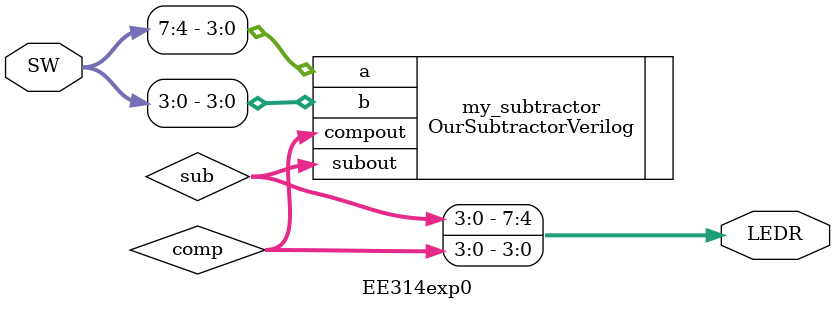
<source format=v>


module EE314exp0(

	//////////// LED //////////
	output		     [7:0]		LEDR,

	//////////// SW //////////
	input 		     [7:0]		SW
);
wire [3:0] sub;
wire [3:0] comp;
OurSubtractorVerilog my_subtractor(

.a(SW[7:4]),
.b(SW[3:0]),
.subout(sub),
.compout(comp)
);


assign LEDR[3:0] = comp;
assign LEDR[7:4] = sub;



endmodule
</source>
